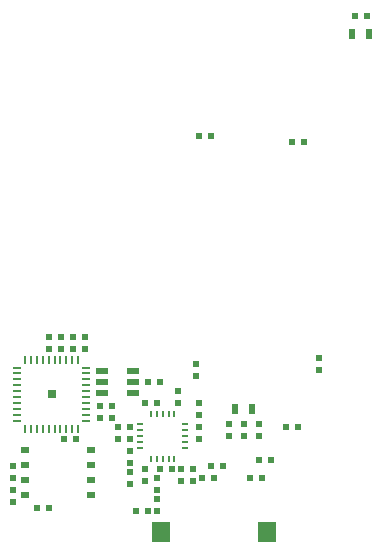
<source format=gbp>
G04 (created by PCBNEW-RS274X (2010-03-14)-final) date Mon 05 Jul 2010 05:23:50 PM EDT*
G01*
G70*
G90*
%MOIN*%
G04 Gerber Fmt 3.4, Leading zero omitted, Abs format*
%FSLAX34Y34*%
G04 APERTURE LIST*
%ADD10C,0.001000*%
%ADD11R,0.023600X0.019700*%
%ADD12R,0.019700X0.023600*%
%ADD13R,0.023600X0.035400*%
%ADD14R,0.059100X0.070900*%
%ADD15R,0.009800X0.023600*%
%ADD16R,0.023600X0.009800*%
%ADD17R,0.009800X0.025600*%
%ADD18R,0.025600X0.009800*%
%ADD19R,0.031500X0.031500*%
%ADD20R,0.042000X0.023600*%
%ADD21R,0.031500X0.019700*%
G04 APERTURE END LIST*
G54D10*
G54D11*
X25400Y-27397D03*
X25400Y-27003D03*
X26200Y-27397D03*
X26200Y-27003D03*
X25800Y-27397D03*
X25800Y-27003D03*
X25000Y-27003D03*
X25000Y-27397D03*
G54D12*
X25503Y-30400D03*
X25897Y-30400D03*
G54D11*
X26700Y-29303D03*
X26700Y-29697D03*
G54D12*
X28303Y-28500D03*
X28697Y-28500D03*
G54D11*
X27100Y-29697D03*
X27100Y-29303D03*
G54D12*
X27697Y-30000D03*
X27303Y-30000D03*
G54D11*
X27700Y-30803D03*
X27700Y-31197D03*
X28600Y-32097D03*
X28600Y-31703D03*
G54D12*
X28703Y-31400D03*
X29097Y-31400D03*
X29797Y-31400D03*
X29403Y-31400D03*
X29403Y-31800D03*
X29797Y-31800D03*
X30497Y-31700D03*
X30103Y-31700D03*
G54D11*
X28600Y-32403D03*
X28600Y-32797D03*
G54D12*
X28297Y-32800D03*
X27903Y-32800D03*
G54D11*
X27700Y-31897D03*
X27700Y-31503D03*
X28200Y-31797D03*
X28200Y-31403D03*
X29300Y-28803D03*
X29300Y-29197D03*
G54D12*
X28203Y-29200D03*
X28597Y-29200D03*
G54D11*
X31000Y-29903D03*
X31000Y-30297D03*
X32000Y-29903D03*
X32000Y-30297D03*
X31500Y-29903D03*
X31500Y-30297D03*
G54D12*
X30797Y-31300D03*
X30403Y-31300D03*
G54D11*
X29900Y-28297D03*
X29900Y-27903D03*
X30000Y-29203D03*
X30000Y-29597D03*
G54D12*
X35597Y-16300D03*
X35203Y-16300D03*
X32397Y-31100D03*
X32003Y-31100D03*
X32097Y-31700D03*
X31703Y-31700D03*
X27303Y-30400D03*
X27697Y-30400D03*
G54D11*
X30000Y-30397D03*
X30000Y-30003D03*
G54D12*
X33497Y-20500D03*
X33103Y-20500D03*
X30397Y-20300D03*
X30003Y-20300D03*
G54D11*
X23800Y-31697D03*
X23800Y-31303D03*
G54D12*
X24603Y-32700D03*
X24997Y-32700D03*
G54D11*
X23800Y-32103D03*
X23800Y-32497D03*
X34000Y-28097D03*
X34000Y-27703D03*
G54D13*
X31795Y-29400D03*
X31205Y-29400D03*
X35105Y-16900D03*
X35695Y-16900D03*
G54D14*
X28729Y-33500D03*
X32272Y-33500D03*
G54D15*
X28800Y-29552D03*
X28603Y-29552D03*
X28406Y-29552D03*
X28997Y-29552D03*
X29194Y-29552D03*
X28406Y-31048D03*
X28603Y-31048D03*
X28800Y-31048D03*
X28997Y-31048D03*
X29194Y-31048D03*
G54D16*
X28052Y-30300D03*
X28052Y-30497D03*
X28052Y-30694D03*
X28052Y-30103D03*
X28052Y-29906D03*
X29548Y-30300D03*
X29548Y-30497D03*
X29548Y-30694D03*
X29548Y-30103D03*
X29548Y-29906D03*
G54D17*
X24214Y-27748D03*
X24411Y-27748D03*
X24608Y-27748D03*
X24805Y-27748D03*
X25002Y-27748D03*
X25198Y-27748D03*
X25395Y-27748D03*
X25592Y-27748D03*
X25789Y-27748D03*
X25986Y-27748D03*
X25986Y-30052D03*
X25789Y-30052D03*
X25592Y-30052D03*
X25395Y-30052D03*
X25198Y-30052D03*
X25002Y-30052D03*
X24805Y-30052D03*
X24608Y-30052D03*
X24411Y-30052D03*
X24214Y-30052D03*
G54D18*
X26252Y-28014D03*
X26252Y-28211D03*
X26252Y-28408D03*
X26252Y-28605D03*
X26252Y-28802D03*
X26252Y-28998D03*
X26252Y-29195D03*
X26252Y-29392D03*
X26252Y-29589D03*
X26252Y-29786D03*
X23948Y-29786D03*
X23948Y-29589D03*
X23948Y-29392D03*
X23948Y-29195D03*
X23948Y-28998D03*
X23948Y-28802D03*
X23948Y-28605D03*
X23948Y-28408D03*
X23948Y-28211D03*
X23948Y-28014D03*
G54D19*
X25100Y-28900D03*
G54D20*
X26788Y-28874D03*
X26788Y-28500D03*
X26788Y-28126D03*
X27812Y-28126D03*
X27812Y-28500D03*
X27812Y-28874D03*
G54D21*
X24198Y-32250D03*
X24198Y-31750D03*
X24198Y-31250D03*
X24198Y-30750D03*
X26402Y-30750D03*
X26402Y-31250D03*
X26402Y-31750D03*
X26402Y-32250D03*
G54D12*
X33297Y-30000D03*
X32903Y-30000D03*
M02*

</source>
